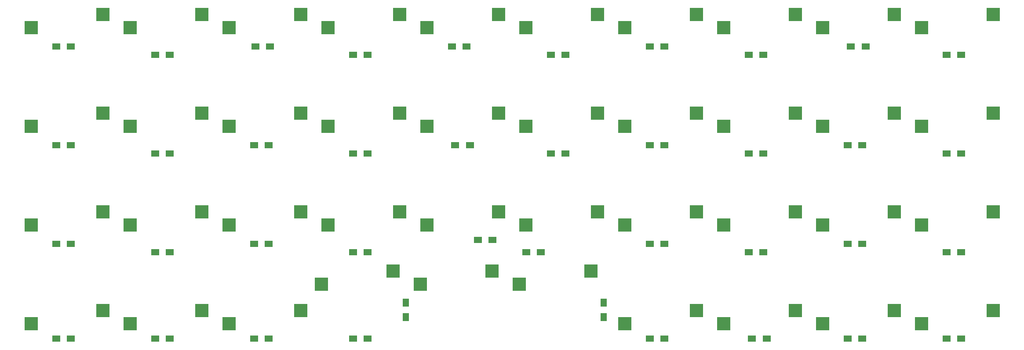
<source format=gbr>
G04 #@! TF.GenerationSoftware,KiCad,Pcbnew,(6.0.4-0)*
G04 #@! TF.CreationDate,2022-05-09T18:43:37-05:00*
G04 #@! TF.ProjectId,freaku4X,66726561-6b75-4345-982e-6b696361645f,rev?*
G04 #@! TF.SameCoordinates,Original*
G04 #@! TF.FileFunction,Paste,Bot*
G04 #@! TF.FilePolarity,Positive*
%FSLAX46Y46*%
G04 Gerber Fmt 4.6, Leading zero omitted, Abs format (unit mm)*
G04 Created by KiCad (PCBNEW (6.0.4-0)) date 2022-05-09 18:43:37*
%MOMM*%
%LPD*%
G01*
G04 APERTURE LIST*
%ADD10R,2.550000X2.500000*%
%ADD11R,1.600000X1.200000*%
%ADD12R,1.200000X1.600000*%
G04 APERTURE END LIST*
D10*
G04 #@! TO.C,SW13*
X77847500Y-100330000D03*
X91697500Y-97790000D03*
G04 #@! TD*
G04 #@! TO.C,SW16*
X134997500Y-100330000D03*
X148847500Y-97790000D03*
G04 #@! TD*
G04 #@! TO.C,SW9*
X192147500Y-81280000D03*
X205997500Y-78740000D03*
G04 #@! TD*
G04 #@! TO.C,SW40*
X211197500Y-138430000D03*
X225047500Y-135890000D03*
G04 #@! TD*
G04 #@! TO.C,SW41*
X230247500Y-138430000D03*
X244097500Y-135890000D03*
G04 #@! TD*
G04 #@! TO.C,SW21*
X230247500Y-100330000D03*
X244097500Y-97790000D03*
G04 #@! TD*
G04 #@! TO.C,SW14*
X96897500Y-100330000D03*
X110747500Y-97790000D03*
G04 #@! TD*
G04 #@! TO.C,SW37*
X166627500Y-128270000D03*
X152777500Y-130810000D03*
G04 #@! TD*
G04 #@! TO.C,SW28*
X173097500Y-119380000D03*
X186947500Y-116840000D03*
G04 #@! TD*
G04 #@! TO.C,SW23*
X77847500Y-119380000D03*
X91697500Y-116840000D03*
G04 #@! TD*
G04 #@! TO.C,SW6*
X134997500Y-81280000D03*
X148847500Y-78740000D03*
G04 #@! TD*
G04 #@! TO.C,SW30*
X211197500Y-119380000D03*
X225047500Y-116840000D03*
G04 #@! TD*
G04 #@! TO.C,SW22*
X58797500Y-119380000D03*
X72647500Y-116840000D03*
G04 #@! TD*
G04 #@! TO.C,SW11*
X230247500Y-81280000D03*
X244097500Y-78740000D03*
G04 #@! TD*
G04 #@! TO.C,SW32*
X58797500Y-138430000D03*
X72647500Y-135890000D03*
G04 #@! TD*
G04 #@! TO.C,SW7*
X154047500Y-81280000D03*
X167897500Y-78740000D03*
G04 #@! TD*
G04 #@! TO.C,SW38*
X173097500Y-138430000D03*
X186947500Y-135890000D03*
G04 #@! TD*
G04 #@! TO.C,SW36*
X147577500Y-128270000D03*
X133727500Y-130810000D03*
G04 #@! TD*
G04 #@! TO.C,SW35*
X128527500Y-128270000D03*
X114677500Y-130810000D03*
G04 #@! TD*
G04 #@! TO.C,SW26*
X134997500Y-119380000D03*
X148847500Y-116840000D03*
G04 #@! TD*
G04 #@! TO.C,SW25*
X115947500Y-119380000D03*
X129797500Y-116840000D03*
G04 #@! TD*
G04 #@! TO.C,SW18*
X173097500Y-100330000D03*
X186947500Y-97790000D03*
G04 #@! TD*
G04 #@! TO.C,SW20*
X211197500Y-100330000D03*
X225047500Y-97790000D03*
G04 #@! TD*
G04 #@! TO.C,SW19*
X192147500Y-100330000D03*
X205997500Y-97790000D03*
G04 #@! TD*
G04 #@! TO.C,SW17*
X154047500Y-100330000D03*
X167897500Y-97790000D03*
G04 #@! TD*
G04 #@! TO.C,SW12*
X58797500Y-100330000D03*
X72647500Y-97790000D03*
G04 #@! TD*
G04 #@! TO.C,SW3*
X77847500Y-81280000D03*
X91697500Y-78740000D03*
G04 #@! TD*
G04 #@! TO.C,SW2*
X58797500Y-81280000D03*
X72647500Y-78740000D03*
G04 #@! TD*
G04 #@! TO.C,SW5*
X115947500Y-81280000D03*
X129797500Y-78740000D03*
G04 #@! TD*
G04 #@! TO.C,SW33*
X77847500Y-138430000D03*
X91697500Y-135890000D03*
G04 #@! TD*
G04 #@! TO.C,SW4*
X96897500Y-81280000D03*
X110747500Y-78740000D03*
G04 #@! TD*
G04 #@! TO.C,SW24*
X96897500Y-119380000D03*
X110747500Y-116840000D03*
G04 #@! TD*
G04 #@! TO.C,SW10*
X211197500Y-81280000D03*
X225047500Y-78740000D03*
G04 #@! TD*
G04 #@! TO.C,SW8*
X173097500Y-81280000D03*
X186947500Y-78740000D03*
G04 #@! TD*
G04 #@! TO.C,SW29*
X192147500Y-119380000D03*
X205997500Y-116840000D03*
G04 #@! TD*
G04 #@! TO.C,SW39*
X192147500Y-138430000D03*
X205997500Y-135890000D03*
G04 #@! TD*
G04 #@! TO.C,SW31*
X230247500Y-119380000D03*
X244097500Y-116840000D03*
G04 #@! TD*
G04 #@! TO.C,SW27*
X154047500Y-119380000D03*
X167897500Y-116840000D03*
G04 #@! TD*
G04 #@! TO.C,SW34*
X96897500Y-138430000D03*
X110747500Y-135890000D03*
G04 #@! TD*
G04 #@! TO.C,SW15*
X115947500Y-100330000D03*
X129797500Y-97790000D03*
G04 #@! TD*
D11*
G04 #@! TO.C,D22*
X101787500Y-123031250D03*
X104587500Y-123031250D03*
G04 #@! TD*
G04 #@! TO.C,D15*
X216087500Y-103981250D03*
X218887500Y-103981250D03*
G04 #@! TD*
G04 #@! TO.C,D1*
X63687500Y-84931250D03*
X66487500Y-84931250D03*
G04 #@! TD*
G04 #@! TO.C,D19*
X197037500Y-105568750D03*
X199837500Y-105568750D03*
G04 #@! TD*
G04 #@! TO.C,D7*
X120837500Y-86518750D03*
X123637500Y-86518750D03*
G04 #@! TD*
G04 #@! TO.C,D29*
X197037500Y-124618750D03*
X199837500Y-124618750D03*
G04 #@! TD*
G04 #@! TO.C,D26*
X82737500Y-124618750D03*
X85537500Y-124618750D03*
G04 #@! TD*
G04 #@! TO.C,D8*
X158937500Y-86518750D03*
X161737500Y-86518750D03*
G04 #@! TD*
G04 #@! TO.C,D34*
X177987500Y-141287500D03*
X180787500Y-141287500D03*
G04 #@! TD*
G04 #@! TO.C,D14*
X177987500Y-103981250D03*
X180787500Y-103981250D03*
G04 #@! TD*
G04 #@! TO.C,D11*
X63687500Y-103981250D03*
X66487500Y-103981250D03*
G04 #@! TD*
G04 #@! TO.C,D37*
X120837500Y-141287500D03*
X123637500Y-141287500D03*
G04 #@! TD*
G04 #@! TO.C,D35*
X216087500Y-141287500D03*
X218887500Y-141287500D03*
G04 #@! TD*
G04 #@! TO.C,D25*
X216087500Y-123031250D03*
X218887500Y-123031250D03*
G04 #@! TD*
G04 #@! TO.C,D5*
X216693750Y-84931250D03*
X219493750Y-84931250D03*
G04 #@! TD*
G04 #@! TO.C,D39*
X197643750Y-141287500D03*
X200443750Y-141287500D03*
G04 #@! TD*
G04 #@! TO.C,D31*
X63687500Y-141287500D03*
X66487500Y-141287500D03*
G04 #@! TD*
G04 #@! TO.C,D10*
X235137500Y-86518750D03*
X237937500Y-86518750D03*
G04 #@! TD*
G04 #@! TO.C,D24*
X177987500Y-123031250D03*
X180787500Y-123031250D03*
G04 #@! TD*
G04 #@! TO.C,D23*
X144837500Y-122237500D03*
X147637500Y-122237500D03*
G04 #@! TD*
G04 #@! TO.C,D13*
X140493750Y-103981250D03*
X143293750Y-103981250D03*
G04 #@! TD*
G04 #@! TO.C,D16*
X82737500Y-105568750D03*
X85537500Y-105568750D03*
G04 #@! TD*
G04 #@! TO.C,D27*
X120837500Y-124618750D03*
X123637500Y-124618750D03*
G04 #@! TD*
G04 #@! TO.C,D40*
X235137500Y-141287500D03*
X237937500Y-141287500D03*
G04 #@! TD*
G04 #@! TO.C,D20*
X235137500Y-105568750D03*
X237937500Y-105568750D03*
G04 #@! TD*
G04 #@! TO.C,D4*
X177987500Y-84931250D03*
X180787500Y-84931250D03*
G04 #@! TD*
D12*
G04 #@! TO.C,D33*
X130968750Y-137131250D03*
X130968750Y-134331250D03*
G04 #@! TD*
D11*
G04 #@! TO.C,D28*
X154175000Y-124618750D03*
X156975000Y-124618750D03*
G04 #@! TD*
G04 #@! TO.C,D32*
X101787500Y-141287500D03*
X104587500Y-141287500D03*
G04 #@! TD*
G04 #@! TO.C,D30*
X235137500Y-124618750D03*
X237937500Y-124618750D03*
G04 #@! TD*
G04 #@! TO.C,D2*
X101975000Y-84931250D03*
X104775000Y-84931250D03*
G04 #@! TD*
G04 #@! TO.C,D17*
X120837500Y-105568750D03*
X123637500Y-105568750D03*
G04 #@! TD*
G04 #@! TO.C,D6*
X82737500Y-86518750D03*
X85537500Y-86518750D03*
G04 #@! TD*
G04 #@! TO.C,D9*
X197037500Y-86518750D03*
X199837500Y-86518750D03*
G04 #@! TD*
G04 #@! TO.C,D36*
X82737500Y-141287500D03*
X85537500Y-141287500D03*
G04 #@! TD*
D12*
G04 #@! TO.C,D38*
X169068750Y-137131250D03*
X169068750Y-134331250D03*
G04 #@! TD*
D11*
G04 #@! TO.C,D21*
X63687500Y-123031250D03*
X66487500Y-123031250D03*
G04 #@! TD*
G04 #@! TO.C,D3*
X139887500Y-84931250D03*
X142687500Y-84931250D03*
G04 #@! TD*
G04 #@! TO.C,D12*
X101787500Y-103981250D03*
X104587500Y-103981250D03*
G04 #@! TD*
G04 #@! TO.C,D18*
X158937500Y-105568750D03*
X161737500Y-105568750D03*
G04 #@! TD*
M02*

</source>
